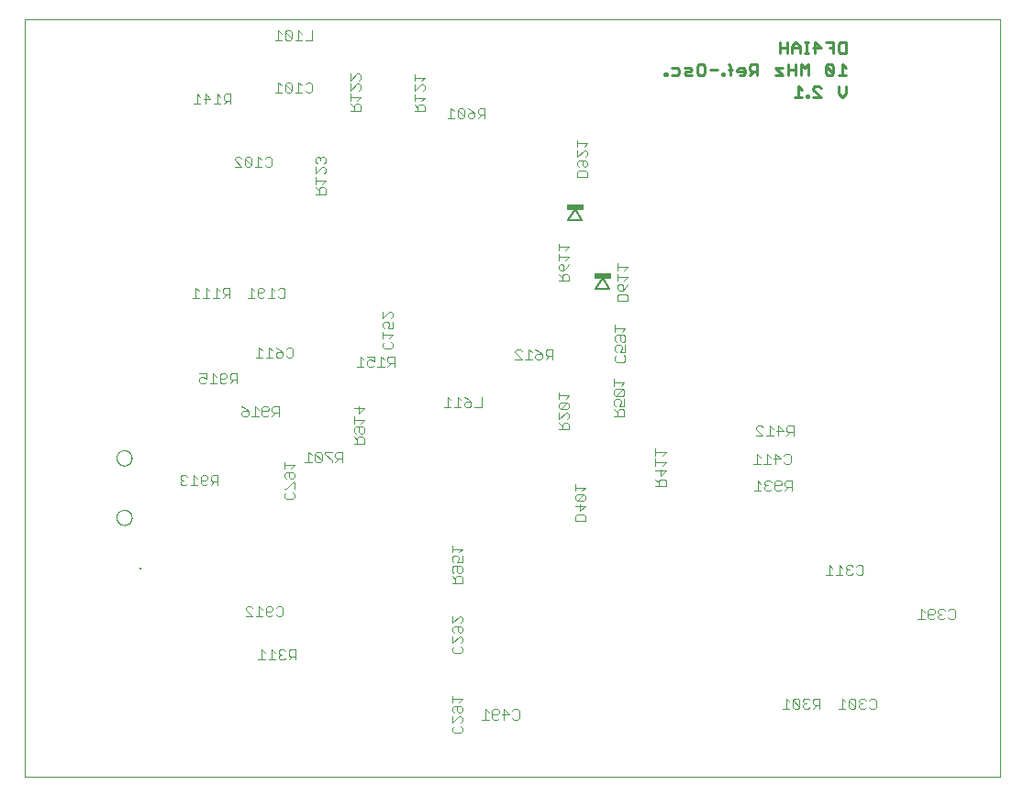
<source format=gbo>
G75*
%MOIN*%
%OFA0B0*%
%FSLAX25Y25*%
%IPPOS*%
%LPD*%
%AMOC8*
5,1,8,0,0,1.08239X$1,22.5*
%
%ADD10C,0.00000*%
%ADD11C,0.00900*%
%ADD12C,0.00300*%
%ADD13C,0.00500*%
%ADD14C,0.00800*%
%ADD15R,0.06200X0.02400*%
D10*
X0055902Y0001800D02*
X0055902Y0277391D01*
X0410233Y0277391D01*
X0410233Y0001800D01*
X0055902Y0001800D01*
X0089370Y0096149D02*
X0089372Y0096254D01*
X0089378Y0096359D01*
X0089388Y0096463D01*
X0089402Y0096567D01*
X0089420Y0096671D01*
X0089442Y0096773D01*
X0089467Y0096875D01*
X0089497Y0096976D01*
X0089530Y0097075D01*
X0089567Y0097173D01*
X0089608Y0097270D01*
X0089653Y0097365D01*
X0089701Y0097458D01*
X0089752Y0097550D01*
X0089808Y0097639D01*
X0089866Y0097726D01*
X0089928Y0097811D01*
X0089992Y0097894D01*
X0090060Y0097974D01*
X0090131Y0098051D01*
X0090205Y0098125D01*
X0090282Y0098197D01*
X0090361Y0098266D01*
X0090443Y0098331D01*
X0090527Y0098394D01*
X0090614Y0098453D01*
X0090703Y0098509D01*
X0090794Y0098562D01*
X0090887Y0098611D01*
X0090981Y0098656D01*
X0091077Y0098698D01*
X0091175Y0098736D01*
X0091274Y0098770D01*
X0091375Y0098801D01*
X0091476Y0098827D01*
X0091579Y0098850D01*
X0091682Y0098869D01*
X0091786Y0098884D01*
X0091890Y0098895D01*
X0091995Y0098902D01*
X0092100Y0098905D01*
X0092205Y0098904D01*
X0092310Y0098899D01*
X0092414Y0098890D01*
X0092518Y0098877D01*
X0092622Y0098860D01*
X0092725Y0098839D01*
X0092827Y0098814D01*
X0092928Y0098786D01*
X0093027Y0098753D01*
X0093126Y0098717D01*
X0093223Y0098677D01*
X0093318Y0098634D01*
X0093412Y0098586D01*
X0093504Y0098536D01*
X0093594Y0098482D01*
X0093682Y0098424D01*
X0093767Y0098363D01*
X0093850Y0098299D01*
X0093931Y0098232D01*
X0094009Y0098162D01*
X0094084Y0098088D01*
X0094156Y0098013D01*
X0094226Y0097934D01*
X0094292Y0097853D01*
X0094356Y0097769D01*
X0094416Y0097683D01*
X0094472Y0097595D01*
X0094526Y0097504D01*
X0094576Y0097412D01*
X0094622Y0097318D01*
X0094665Y0097222D01*
X0094704Y0097124D01*
X0094739Y0097026D01*
X0094770Y0096925D01*
X0094798Y0096824D01*
X0094822Y0096722D01*
X0094842Y0096619D01*
X0094858Y0096515D01*
X0094870Y0096411D01*
X0094878Y0096306D01*
X0094882Y0096201D01*
X0094882Y0096097D01*
X0094878Y0095992D01*
X0094870Y0095887D01*
X0094858Y0095783D01*
X0094842Y0095679D01*
X0094822Y0095576D01*
X0094798Y0095474D01*
X0094770Y0095373D01*
X0094739Y0095272D01*
X0094704Y0095174D01*
X0094665Y0095076D01*
X0094622Y0094980D01*
X0094576Y0094886D01*
X0094526Y0094794D01*
X0094472Y0094703D01*
X0094416Y0094615D01*
X0094356Y0094529D01*
X0094292Y0094445D01*
X0094226Y0094364D01*
X0094156Y0094285D01*
X0094084Y0094210D01*
X0094009Y0094136D01*
X0093931Y0094066D01*
X0093850Y0093999D01*
X0093767Y0093935D01*
X0093682Y0093874D01*
X0093594Y0093816D01*
X0093504Y0093762D01*
X0093412Y0093712D01*
X0093318Y0093664D01*
X0093223Y0093621D01*
X0093126Y0093581D01*
X0093027Y0093545D01*
X0092928Y0093512D01*
X0092827Y0093484D01*
X0092725Y0093459D01*
X0092622Y0093438D01*
X0092518Y0093421D01*
X0092414Y0093408D01*
X0092310Y0093399D01*
X0092205Y0093394D01*
X0092100Y0093393D01*
X0091995Y0093396D01*
X0091890Y0093403D01*
X0091786Y0093414D01*
X0091682Y0093429D01*
X0091579Y0093448D01*
X0091476Y0093471D01*
X0091375Y0093497D01*
X0091274Y0093528D01*
X0091175Y0093562D01*
X0091077Y0093600D01*
X0090981Y0093642D01*
X0090887Y0093687D01*
X0090794Y0093736D01*
X0090703Y0093789D01*
X0090614Y0093845D01*
X0090527Y0093904D01*
X0090443Y0093967D01*
X0090361Y0094032D01*
X0090282Y0094101D01*
X0090205Y0094173D01*
X0090131Y0094247D01*
X0090060Y0094324D01*
X0089992Y0094404D01*
X0089928Y0094487D01*
X0089866Y0094572D01*
X0089808Y0094659D01*
X0089752Y0094748D01*
X0089701Y0094840D01*
X0089653Y0094933D01*
X0089608Y0095028D01*
X0089567Y0095125D01*
X0089530Y0095223D01*
X0089497Y0095322D01*
X0089467Y0095423D01*
X0089442Y0095525D01*
X0089420Y0095627D01*
X0089402Y0095731D01*
X0089388Y0095835D01*
X0089378Y0095939D01*
X0089372Y0096044D01*
X0089370Y0096149D01*
X0089370Y0117802D02*
X0089372Y0117907D01*
X0089378Y0118012D01*
X0089388Y0118116D01*
X0089402Y0118220D01*
X0089420Y0118324D01*
X0089442Y0118426D01*
X0089467Y0118528D01*
X0089497Y0118629D01*
X0089530Y0118728D01*
X0089567Y0118826D01*
X0089608Y0118923D01*
X0089653Y0119018D01*
X0089701Y0119111D01*
X0089752Y0119203D01*
X0089808Y0119292D01*
X0089866Y0119379D01*
X0089928Y0119464D01*
X0089992Y0119547D01*
X0090060Y0119627D01*
X0090131Y0119704D01*
X0090205Y0119778D01*
X0090282Y0119850D01*
X0090361Y0119919D01*
X0090443Y0119984D01*
X0090527Y0120047D01*
X0090614Y0120106D01*
X0090703Y0120162D01*
X0090794Y0120215D01*
X0090887Y0120264D01*
X0090981Y0120309D01*
X0091077Y0120351D01*
X0091175Y0120389D01*
X0091274Y0120423D01*
X0091375Y0120454D01*
X0091476Y0120480D01*
X0091579Y0120503D01*
X0091682Y0120522D01*
X0091786Y0120537D01*
X0091890Y0120548D01*
X0091995Y0120555D01*
X0092100Y0120558D01*
X0092205Y0120557D01*
X0092310Y0120552D01*
X0092414Y0120543D01*
X0092518Y0120530D01*
X0092622Y0120513D01*
X0092725Y0120492D01*
X0092827Y0120467D01*
X0092928Y0120439D01*
X0093027Y0120406D01*
X0093126Y0120370D01*
X0093223Y0120330D01*
X0093318Y0120287D01*
X0093412Y0120239D01*
X0093504Y0120189D01*
X0093594Y0120135D01*
X0093682Y0120077D01*
X0093767Y0120016D01*
X0093850Y0119952D01*
X0093931Y0119885D01*
X0094009Y0119815D01*
X0094084Y0119741D01*
X0094156Y0119666D01*
X0094226Y0119587D01*
X0094292Y0119506D01*
X0094356Y0119422D01*
X0094416Y0119336D01*
X0094472Y0119248D01*
X0094526Y0119157D01*
X0094576Y0119065D01*
X0094622Y0118971D01*
X0094665Y0118875D01*
X0094704Y0118777D01*
X0094739Y0118679D01*
X0094770Y0118578D01*
X0094798Y0118477D01*
X0094822Y0118375D01*
X0094842Y0118272D01*
X0094858Y0118168D01*
X0094870Y0118064D01*
X0094878Y0117959D01*
X0094882Y0117854D01*
X0094882Y0117750D01*
X0094878Y0117645D01*
X0094870Y0117540D01*
X0094858Y0117436D01*
X0094842Y0117332D01*
X0094822Y0117229D01*
X0094798Y0117127D01*
X0094770Y0117026D01*
X0094739Y0116925D01*
X0094704Y0116827D01*
X0094665Y0116729D01*
X0094622Y0116633D01*
X0094576Y0116539D01*
X0094526Y0116447D01*
X0094472Y0116356D01*
X0094416Y0116268D01*
X0094356Y0116182D01*
X0094292Y0116098D01*
X0094226Y0116017D01*
X0094156Y0115938D01*
X0094084Y0115863D01*
X0094009Y0115789D01*
X0093931Y0115719D01*
X0093850Y0115652D01*
X0093767Y0115588D01*
X0093682Y0115527D01*
X0093594Y0115469D01*
X0093504Y0115415D01*
X0093412Y0115365D01*
X0093318Y0115317D01*
X0093223Y0115274D01*
X0093126Y0115234D01*
X0093027Y0115198D01*
X0092928Y0115165D01*
X0092827Y0115137D01*
X0092725Y0115112D01*
X0092622Y0115091D01*
X0092518Y0115074D01*
X0092414Y0115061D01*
X0092310Y0115052D01*
X0092205Y0115047D01*
X0092100Y0115046D01*
X0091995Y0115049D01*
X0091890Y0115056D01*
X0091786Y0115067D01*
X0091682Y0115082D01*
X0091579Y0115101D01*
X0091476Y0115124D01*
X0091375Y0115150D01*
X0091274Y0115181D01*
X0091175Y0115215D01*
X0091077Y0115253D01*
X0090981Y0115295D01*
X0090887Y0115340D01*
X0090794Y0115389D01*
X0090703Y0115442D01*
X0090614Y0115498D01*
X0090527Y0115557D01*
X0090443Y0115620D01*
X0090361Y0115685D01*
X0090282Y0115754D01*
X0090205Y0115826D01*
X0090131Y0115900D01*
X0090060Y0115977D01*
X0089992Y0116057D01*
X0089928Y0116140D01*
X0089866Y0116225D01*
X0089808Y0116312D01*
X0089752Y0116401D01*
X0089701Y0116493D01*
X0089653Y0116586D01*
X0089608Y0116681D01*
X0089567Y0116778D01*
X0089530Y0116876D01*
X0089497Y0116975D01*
X0089467Y0117076D01*
X0089442Y0117178D01*
X0089420Y0117280D01*
X0089402Y0117384D01*
X0089388Y0117488D01*
X0089378Y0117592D01*
X0089372Y0117697D01*
X0089370Y0117802D01*
D11*
X0288525Y0256862D02*
X0289209Y0256862D01*
X0289209Y0257546D01*
X0288525Y0257546D01*
X0288525Y0256862D01*
X0291077Y0256862D02*
X0293129Y0256862D01*
X0293813Y0257546D01*
X0293813Y0258914D01*
X0293129Y0259598D01*
X0291077Y0259598D01*
X0295681Y0259598D02*
X0297733Y0259598D01*
X0298417Y0258914D01*
X0297733Y0258230D01*
X0296365Y0258230D01*
X0295681Y0257546D01*
X0296365Y0256862D01*
X0298417Y0256862D01*
X0300285Y0257546D02*
X0300285Y0260281D01*
X0300969Y0260965D01*
X0302337Y0260965D01*
X0303021Y0260281D01*
X0303021Y0257546D01*
X0302337Y0256862D01*
X0300969Y0256862D01*
X0300285Y0257546D01*
X0304889Y0258914D02*
X0307625Y0258914D01*
X0309243Y0257546D02*
X0309243Y0256862D01*
X0309927Y0256862D01*
X0309927Y0257546D01*
X0309243Y0257546D01*
X0311628Y0258914D02*
X0312996Y0258914D01*
X0312312Y0260281D02*
X0312312Y0256862D01*
X0314864Y0258230D02*
X0317600Y0258230D01*
X0317600Y0258914D02*
X0316916Y0259598D01*
X0315548Y0259598D01*
X0314864Y0258914D01*
X0314864Y0258230D01*
X0315548Y0256862D02*
X0316916Y0256862D01*
X0317600Y0257546D01*
X0317600Y0258914D01*
X0319468Y0258914D02*
X0319468Y0260281D01*
X0320152Y0260965D01*
X0322204Y0260965D01*
X0322204Y0256862D01*
X0322204Y0258230D02*
X0320152Y0258230D01*
X0319468Y0258914D01*
X0320836Y0258230D02*
X0319468Y0256862D01*
X0312312Y0260281D02*
X0311628Y0260965D01*
X0328676Y0259598D02*
X0331412Y0256862D01*
X0328676Y0256862D01*
X0328676Y0259598D02*
X0331412Y0259598D01*
X0333280Y0258914D02*
X0336016Y0258914D01*
X0336016Y0260965D02*
X0336016Y0256862D01*
X0337884Y0256862D02*
X0337884Y0260965D01*
X0339252Y0259598D01*
X0340620Y0260965D01*
X0340620Y0256862D01*
X0343172Y0252915D02*
X0344540Y0252915D01*
X0345224Y0252231D01*
X0343172Y0252915D02*
X0342488Y0252231D01*
X0342488Y0251548D01*
X0345224Y0248812D01*
X0342488Y0248812D01*
X0340620Y0248812D02*
X0339936Y0248812D01*
X0339936Y0249496D01*
X0340620Y0249496D01*
X0340620Y0248812D01*
X0338318Y0248812D02*
X0335582Y0248812D01*
X0336950Y0248812D02*
X0336950Y0252915D01*
X0338318Y0251548D01*
X0333280Y0256862D02*
X0333280Y0260965D01*
X0332947Y0264912D02*
X0332947Y0269015D01*
X0332947Y0266964D02*
X0330211Y0266964D01*
X0330211Y0269015D02*
X0330211Y0264912D01*
X0334815Y0264912D02*
X0334815Y0267648D01*
X0336183Y0269015D01*
X0337550Y0267648D01*
X0337550Y0264912D01*
X0339252Y0264912D02*
X0340620Y0264912D01*
X0339936Y0264912D02*
X0339936Y0269015D01*
X0340620Y0269015D02*
X0339252Y0269015D01*
X0337550Y0266964D02*
X0334815Y0266964D01*
X0342488Y0266964D02*
X0345224Y0266964D01*
X0343172Y0269015D01*
X0343172Y0264912D01*
X0348460Y0266964D02*
X0349828Y0266964D01*
X0349828Y0269015D02*
X0347092Y0269015D01*
X0349828Y0269015D02*
X0349828Y0264912D01*
X0351696Y0265596D02*
X0351696Y0268331D01*
X0352380Y0269015D01*
X0354431Y0269015D01*
X0354431Y0264912D01*
X0352380Y0264912D01*
X0351696Y0265596D01*
X0353064Y0260965D02*
X0353064Y0256862D01*
X0354431Y0256862D02*
X0351696Y0256862D01*
X0349828Y0257546D02*
X0347092Y0260281D01*
X0347092Y0257546D01*
X0347776Y0256862D01*
X0349144Y0256862D01*
X0349828Y0257546D01*
X0349828Y0260281D01*
X0349144Y0260965D01*
X0347776Y0260965D01*
X0347092Y0260281D01*
X0353064Y0260965D02*
X0354431Y0259598D01*
X0354431Y0252915D02*
X0354431Y0250180D01*
X0353064Y0248812D01*
X0351696Y0250180D01*
X0351696Y0252915D01*
D12*
X0271400Y0188410D02*
X0271400Y0185941D01*
X0271400Y0184727D02*
X0271400Y0182258D01*
X0271400Y0183492D02*
X0275103Y0183492D01*
X0273869Y0182258D01*
X0275103Y0181043D02*
X0274486Y0179809D01*
X0273252Y0178575D01*
X0273252Y0180426D01*
X0272634Y0181043D01*
X0272017Y0181043D01*
X0271400Y0180426D01*
X0271400Y0179192D01*
X0272017Y0178575D01*
X0273252Y0178575D01*
X0274486Y0177360D02*
X0272017Y0177360D01*
X0271400Y0176743D01*
X0271400Y0174891D01*
X0275103Y0174891D01*
X0275103Y0176743D01*
X0274486Y0177360D01*
X0273869Y0185941D02*
X0275103Y0187175D01*
X0271400Y0187175D01*
X0253708Y0188311D02*
X0253091Y0187077D01*
X0251857Y0185842D01*
X0251857Y0187694D01*
X0251240Y0188311D01*
X0250623Y0188311D01*
X0250005Y0187694D01*
X0250005Y0186459D01*
X0250623Y0185842D01*
X0251857Y0185842D01*
X0251857Y0184628D02*
X0251240Y0184011D01*
X0251240Y0182159D01*
X0251240Y0183393D02*
X0250005Y0184628D01*
X0251857Y0184628D02*
X0253091Y0184628D01*
X0253708Y0184011D01*
X0253708Y0182159D01*
X0250005Y0182159D01*
X0250005Y0189525D02*
X0250005Y0191994D01*
X0250005Y0193208D02*
X0250005Y0195677D01*
X0250005Y0194443D02*
X0253708Y0194443D01*
X0252474Y0193208D01*
X0253708Y0190760D02*
X0250005Y0190760D01*
X0252474Y0189525D02*
X0253708Y0190760D01*
X0270470Y0166153D02*
X0270470Y0163684D01*
X0270470Y0164919D02*
X0274173Y0164919D01*
X0272939Y0163684D01*
X0273556Y0162470D02*
X0274173Y0161853D01*
X0274173Y0160618D01*
X0273556Y0160001D01*
X0272939Y0160001D01*
X0272322Y0160618D01*
X0272322Y0162470D01*
X0273556Y0162470D02*
X0271087Y0162470D01*
X0270470Y0161853D01*
X0270470Y0160618D01*
X0271087Y0160001D01*
X0271087Y0158787D02*
X0270470Y0158169D01*
X0270470Y0156935D01*
X0271087Y0156318D01*
X0271087Y0155104D02*
X0270470Y0154486D01*
X0270470Y0153252D01*
X0271087Y0152635D01*
X0273556Y0152635D01*
X0274173Y0153252D01*
X0274173Y0154486D01*
X0273556Y0155104D01*
X0274173Y0156318D02*
X0272322Y0156318D01*
X0272939Y0157552D01*
X0272939Y0158169D01*
X0272322Y0158787D01*
X0271087Y0158787D01*
X0274173Y0158787D02*
X0274173Y0156318D01*
X0270159Y0146498D02*
X0270159Y0144029D01*
X0270159Y0145264D02*
X0273862Y0145264D01*
X0272628Y0144029D01*
X0273245Y0142815D02*
X0270776Y0142815D01*
X0270159Y0142198D01*
X0270159Y0140963D01*
X0270776Y0140346D01*
X0273245Y0142815D01*
X0273862Y0142198D01*
X0273862Y0140963D01*
X0273245Y0140346D01*
X0270776Y0140346D01*
X0270776Y0139132D02*
X0270159Y0138515D01*
X0270159Y0137280D01*
X0270776Y0136663D01*
X0272011Y0136663D02*
X0272628Y0137897D01*
X0272628Y0138515D01*
X0272011Y0139132D01*
X0270776Y0139132D01*
X0272011Y0136663D02*
X0273862Y0136663D01*
X0273862Y0139132D01*
X0273245Y0135449D02*
X0272011Y0135449D01*
X0271393Y0134832D01*
X0271393Y0132980D01*
X0270159Y0132980D02*
X0273862Y0132980D01*
X0273862Y0134832D01*
X0273245Y0135449D01*
X0271393Y0134214D02*
X0270159Y0135449D01*
X0253779Y0136118D02*
X0253779Y0137352D01*
X0253162Y0137969D01*
X0250693Y0135501D01*
X0250076Y0136118D01*
X0250076Y0137352D01*
X0250693Y0137969D01*
X0253162Y0137969D01*
X0252545Y0139184D02*
X0253779Y0140418D01*
X0250076Y0140418D01*
X0250076Y0139184D02*
X0250076Y0141653D01*
X0250693Y0135501D02*
X0253162Y0135501D01*
X0253779Y0136118D01*
X0253162Y0134286D02*
X0253779Y0133669D01*
X0253779Y0132435D01*
X0253162Y0131817D01*
X0253162Y0130603D02*
X0251927Y0130603D01*
X0251310Y0129986D01*
X0251310Y0128134D01*
X0250076Y0128134D02*
X0253779Y0128134D01*
X0253779Y0129986D01*
X0253162Y0130603D01*
X0251310Y0129369D02*
X0250076Y0130603D01*
X0250076Y0131817D02*
X0252545Y0134286D01*
X0253162Y0134286D01*
X0250076Y0134286D02*
X0250076Y0131817D01*
X0247681Y0153647D02*
X0247681Y0157351D01*
X0245830Y0157351D01*
X0245212Y0156733D01*
X0245212Y0155499D01*
X0245830Y0154882D01*
X0247681Y0154882D01*
X0246447Y0154882D02*
X0245212Y0153647D01*
X0243998Y0154265D02*
X0243381Y0153647D01*
X0242146Y0153647D01*
X0241529Y0154265D01*
X0241529Y0154882D01*
X0242146Y0155499D01*
X0243998Y0155499D01*
X0243998Y0154265D01*
X0243998Y0155499D02*
X0242764Y0156733D01*
X0241529Y0157351D01*
X0240315Y0156116D02*
X0239080Y0157351D01*
X0239080Y0153647D01*
X0237846Y0153647D02*
X0240315Y0153647D01*
X0236632Y0153647D02*
X0234163Y0156116D01*
X0234163Y0156733D01*
X0234780Y0157351D01*
X0236015Y0157351D01*
X0236632Y0156733D01*
X0236632Y0153647D02*
X0234163Y0153647D01*
X0221881Y0140005D02*
X0221881Y0136302D01*
X0219412Y0136302D01*
X0218198Y0136919D02*
X0217581Y0136302D01*
X0216347Y0136302D01*
X0215729Y0136919D01*
X0215729Y0137536D01*
X0216347Y0138153D01*
X0218198Y0138153D01*
X0218198Y0136919D01*
X0218198Y0138153D02*
X0216964Y0139388D01*
X0215729Y0140005D01*
X0214515Y0138770D02*
X0213281Y0140005D01*
X0213281Y0136302D01*
X0214515Y0136302D02*
X0212046Y0136302D01*
X0210832Y0136302D02*
X0208363Y0136302D01*
X0209597Y0136302D02*
X0209597Y0140005D01*
X0210832Y0138770D01*
X0190252Y0151021D02*
X0190252Y0154724D01*
X0188401Y0154724D01*
X0187783Y0154107D01*
X0187783Y0152872D01*
X0188401Y0152255D01*
X0190252Y0152255D01*
X0189018Y0152255D02*
X0187783Y0151021D01*
X0186569Y0151021D02*
X0184100Y0151021D01*
X0185335Y0151021D02*
X0185335Y0154724D01*
X0186569Y0153490D01*
X0182886Y0152872D02*
X0181651Y0153490D01*
X0181034Y0153490D01*
X0180417Y0152872D01*
X0180417Y0151638D01*
X0181034Y0151021D01*
X0182269Y0151021D01*
X0182886Y0151638D01*
X0182886Y0152872D02*
X0182886Y0154724D01*
X0180417Y0154724D01*
X0179203Y0153490D02*
X0177968Y0154724D01*
X0177968Y0151021D01*
X0176734Y0151021D02*
X0179203Y0151021D01*
X0186046Y0158119D02*
X0186663Y0157502D01*
X0189132Y0157502D01*
X0189749Y0158119D01*
X0189749Y0159354D01*
X0189132Y0159971D01*
X0188515Y0161185D02*
X0189749Y0162420D01*
X0186046Y0162420D01*
X0186046Y0163654D02*
X0186046Y0161185D01*
X0186663Y0159971D02*
X0186046Y0159354D01*
X0186046Y0158119D01*
X0186663Y0164869D02*
X0186046Y0165486D01*
X0186046Y0166720D01*
X0186663Y0167337D01*
X0187898Y0167337D01*
X0188515Y0166720D01*
X0188515Y0166103D01*
X0187898Y0164869D01*
X0189749Y0164869D01*
X0189749Y0167337D01*
X0189132Y0168552D02*
X0189749Y0169169D01*
X0189749Y0170403D01*
X0189132Y0171020D01*
X0188515Y0171020D01*
X0186046Y0168552D01*
X0186046Y0171020D01*
X0153407Y0157363D02*
X0153407Y0154894D01*
X0152789Y0154277D01*
X0151555Y0154277D01*
X0150938Y0154894D01*
X0149724Y0154894D02*
X0149106Y0154277D01*
X0147872Y0154277D01*
X0147255Y0154894D01*
X0147255Y0155512D01*
X0147872Y0156129D01*
X0149724Y0156129D01*
X0149724Y0154894D01*
X0149724Y0156129D02*
X0148489Y0157363D01*
X0147255Y0157980D01*
X0146040Y0156746D02*
X0144806Y0157980D01*
X0144806Y0154277D01*
X0146040Y0154277D02*
X0143572Y0154277D01*
X0142357Y0154277D02*
X0139888Y0154277D01*
X0141123Y0154277D02*
X0141123Y0157980D01*
X0142357Y0156746D01*
X0150938Y0157363D02*
X0151555Y0157980D01*
X0152789Y0157980D01*
X0153407Y0157363D01*
X0133058Y0148571D02*
X0133058Y0144868D01*
X0133058Y0146103D02*
X0131207Y0146103D01*
X0130589Y0146720D01*
X0130589Y0147954D01*
X0131207Y0148571D01*
X0133058Y0148571D01*
X0131824Y0146103D02*
X0130589Y0144868D01*
X0129375Y0145485D02*
X0128758Y0144868D01*
X0127523Y0144868D01*
X0126906Y0145485D01*
X0126906Y0147954D01*
X0127523Y0148571D01*
X0128758Y0148571D01*
X0129375Y0147954D01*
X0129375Y0147337D01*
X0128758Y0146720D01*
X0126906Y0146720D01*
X0125692Y0147337D02*
X0124458Y0148571D01*
X0124458Y0144868D01*
X0125692Y0144868D02*
X0123223Y0144868D01*
X0122009Y0145485D02*
X0121392Y0144868D01*
X0120157Y0144868D01*
X0119540Y0145485D01*
X0119540Y0146720D01*
X0120157Y0147337D01*
X0120774Y0147337D01*
X0122009Y0146720D01*
X0122009Y0148571D01*
X0119540Y0148571D01*
X0134821Y0136612D02*
X0136055Y0135994D01*
X0137289Y0134760D01*
X0135438Y0134760D01*
X0134821Y0134143D01*
X0134821Y0133526D01*
X0135438Y0132908D01*
X0136672Y0132908D01*
X0137289Y0133526D01*
X0137289Y0134760D01*
X0138504Y0132908D02*
X0140972Y0132908D01*
X0139738Y0132908D02*
X0139738Y0136612D01*
X0140972Y0135377D01*
X0142187Y0134760D02*
X0144038Y0134760D01*
X0144656Y0135377D01*
X0144656Y0135994D01*
X0144038Y0136612D01*
X0142804Y0136612D01*
X0142187Y0135994D01*
X0142187Y0133526D01*
X0142804Y0132908D01*
X0144038Y0132908D01*
X0144656Y0133526D01*
X0145870Y0132908D02*
X0147104Y0134143D01*
X0146487Y0134143D02*
X0148339Y0134143D01*
X0148339Y0132908D02*
X0148339Y0136612D01*
X0146487Y0136612D01*
X0145870Y0135994D01*
X0145870Y0134760D01*
X0146487Y0134143D01*
X0158995Y0120004D02*
X0158995Y0116301D01*
X0160229Y0116301D02*
X0157760Y0116301D01*
X0160229Y0118769D02*
X0158995Y0120004D01*
X0161444Y0119387D02*
X0161444Y0116918D01*
X0162061Y0116301D01*
X0163295Y0116301D01*
X0163912Y0116918D01*
X0161444Y0119387D01*
X0162061Y0120004D01*
X0163295Y0120004D01*
X0163912Y0119387D01*
X0163912Y0116918D01*
X0165127Y0119387D02*
X0167596Y0116918D01*
X0167596Y0116301D01*
X0168810Y0116301D02*
X0170044Y0117535D01*
X0169427Y0117535D02*
X0171279Y0117535D01*
X0171279Y0116301D02*
X0171279Y0120004D01*
X0169427Y0120004D01*
X0168810Y0119387D01*
X0168810Y0118152D01*
X0169427Y0117535D01*
X0167596Y0120004D02*
X0165127Y0120004D01*
X0165127Y0119387D01*
X0175623Y0122949D02*
X0179326Y0122949D01*
X0179326Y0124801D01*
X0178709Y0125418D01*
X0177474Y0125418D01*
X0176857Y0124801D01*
X0176857Y0122949D01*
X0176857Y0124184D02*
X0175623Y0125418D01*
X0176240Y0126632D02*
X0175623Y0127250D01*
X0175623Y0128484D01*
X0176240Y0129101D01*
X0178709Y0129101D01*
X0179326Y0128484D01*
X0179326Y0127250D01*
X0178709Y0126632D01*
X0178091Y0126632D01*
X0177474Y0127250D01*
X0177474Y0129101D01*
X0178091Y0130316D02*
X0179326Y0131550D01*
X0175623Y0131550D01*
X0175623Y0130316D02*
X0175623Y0132784D01*
X0177474Y0133999D02*
X0177474Y0136468D01*
X0175623Y0135850D02*
X0179326Y0135850D01*
X0177474Y0133999D01*
X0154054Y0115122D02*
X0150351Y0115122D01*
X0150351Y0116356D02*
X0150351Y0113887D01*
X0150968Y0112673D02*
X0153437Y0112673D01*
X0154054Y0112056D01*
X0154054Y0110821D01*
X0153437Y0110204D01*
X0152820Y0110204D01*
X0152202Y0110821D01*
X0152202Y0112673D01*
X0150968Y0112673D02*
X0150351Y0112056D01*
X0150351Y0110821D01*
X0150968Y0110204D01*
X0153437Y0108990D02*
X0150968Y0106521D01*
X0150351Y0106521D01*
X0150968Y0105307D02*
X0150351Y0104690D01*
X0150351Y0103455D01*
X0150968Y0102838D01*
X0153437Y0102838D01*
X0154054Y0103455D01*
X0154054Y0104690D01*
X0153437Y0105307D01*
X0154054Y0106521D02*
X0154054Y0108990D01*
X0153437Y0108990D01*
X0152820Y0113887D02*
X0154054Y0115122D01*
X0126102Y0111570D02*
X0126102Y0107867D01*
X0126102Y0109101D02*
X0124250Y0109101D01*
X0123633Y0109718D01*
X0123633Y0110953D01*
X0124250Y0111570D01*
X0126102Y0111570D01*
X0124867Y0109101D02*
X0123633Y0107867D01*
X0122418Y0108484D02*
X0121801Y0107867D01*
X0120567Y0107867D01*
X0119950Y0108484D01*
X0119950Y0110953D01*
X0120567Y0111570D01*
X0121801Y0111570D01*
X0122418Y0110953D01*
X0122418Y0110336D01*
X0121801Y0109718D01*
X0119950Y0109718D01*
X0118735Y0110336D02*
X0117501Y0111570D01*
X0117501Y0107867D01*
X0118735Y0107867D02*
X0116267Y0107867D01*
X0115052Y0108484D02*
X0114435Y0107867D01*
X0113201Y0107867D01*
X0112583Y0108484D01*
X0112583Y0109101D01*
X0113201Y0109718D01*
X0113818Y0109718D01*
X0113201Y0109718D02*
X0112583Y0110336D01*
X0112583Y0110953D01*
X0113201Y0111570D01*
X0114435Y0111570D01*
X0115052Y0110953D01*
X0136896Y0063830D02*
X0136279Y0063213D01*
X0136279Y0062596D01*
X0138748Y0060127D01*
X0136279Y0060127D01*
X0139962Y0060127D02*
X0142431Y0060127D01*
X0141197Y0060127D02*
X0141197Y0063830D01*
X0142431Y0062596D01*
X0143645Y0063213D02*
X0144263Y0063830D01*
X0145497Y0063830D01*
X0146114Y0063213D01*
X0146114Y0062596D01*
X0145497Y0061979D01*
X0143645Y0061979D01*
X0143645Y0063213D02*
X0143645Y0060744D01*
X0144263Y0060127D01*
X0145497Y0060127D01*
X0146114Y0060744D01*
X0147329Y0060744D02*
X0147946Y0060127D01*
X0149180Y0060127D01*
X0149797Y0060744D01*
X0149797Y0063213D01*
X0149180Y0063830D01*
X0147946Y0063830D01*
X0147329Y0063213D01*
X0138748Y0063213D02*
X0138131Y0063830D01*
X0136896Y0063830D01*
X0142101Y0048115D02*
X0142101Y0044412D01*
X0143335Y0044412D02*
X0140867Y0044412D01*
X0143335Y0046880D02*
X0142101Y0048115D01*
X0145784Y0048115D02*
X0145784Y0044412D01*
X0147018Y0044412D02*
X0144550Y0044412D01*
X0147018Y0046880D02*
X0145784Y0048115D01*
X0148233Y0047498D02*
X0148233Y0046880D01*
X0148850Y0046263D01*
X0148233Y0045646D01*
X0148233Y0045029D01*
X0148850Y0044412D01*
X0150084Y0044412D01*
X0150702Y0045029D01*
X0151916Y0044412D02*
X0153150Y0045646D01*
X0152533Y0045646D02*
X0154385Y0045646D01*
X0154385Y0044412D02*
X0154385Y0048115D01*
X0152533Y0048115D01*
X0151916Y0047498D01*
X0151916Y0046263D01*
X0152533Y0045646D01*
X0150702Y0047498D02*
X0150084Y0048115D01*
X0148850Y0048115D01*
X0148233Y0047498D01*
X0148850Y0046263D02*
X0149467Y0046263D01*
X0211445Y0047409D02*
X0211445Y0048644D01*
X0212062Y0049261D01*
X0211445Y0050475D02*
X0213914Y0052944D01*
X0214531Y0052944D01*
X0215148Y0052327D01*
X0215148Y0051093D01*
X0214531Y0050475D01*
X0214531Y0049261D02*
X0215148Y0048644D01*
X0215148Y0047409D01*
X0214531Y0046792D01*
X0212062Y0046792D01*
X0211445Y0047409D01*
X0211445Y0050475D02*
X0211445Y0052944D01*
X0212062Y0054159D02*
X0211445Y0054776D01*
X0211445Y0056010D01*
X0212062Y0056627D01*
X0214531Y0056627D01*
X0215148Y0056010D01*
X0215148Y0054776D01*
X0214531Y0054159D01*
X0213914Y0054159D01*
X0213297Y0054776D01*
X0213297Y0056627D01*
X0214531Y0057842D02*
X0215148Y0058459D01*
X0215148Y0059693D01*
X0214531Y0060310D01*
X0213914Y0060310D01*
X0211445Y0057842D01*
X0211445Y0060310D01*
X0211234Y0072384D02*
X0214937Y0072384D01*
X0214937Y0074235D01*
X0214320Y0074852D01*
X0213086Y0074852D01*
X0212469Y0074235D01*
X0212469Y0072384D01*
X0212469Y0073618D02*
X0211234Y0074852D01*
X0211852Y0076067D02*
X0211234Y0076684D01*
X0211234Y0077918D01*
X0211852Y0078536D01*
X0214320Y0078536D01*
X0214937Y0077918D01*
X0214937Y0076684D01*
X0214320Y0076067D01*
X0213703Y0076067D01*
X0213086Y0076684D01*
X0213086Y0078536D01*
X0213086Y0079750D02*
X0213703Y0080984D01*
X0213703Y0081602D01*
X0213086Y0082219D01*
X0211852Y0082219D01*
X0211234Y0081602D01*
X0211234Y0080367D01*
X0211852Y0079750D01*
X0213086Y0079750D02*
X0214937Y0079750D01*
X0214937Y0082219D01*
X0213703Y0083433D02*
X0214937Y0084668D01*
X0211234Y0084668D01*
X0211234Y0085902D02*
X0211234Y0083433D01*
X0255980Y0094789D02*
X0255980Y0096641D01*
X0256597Y0097258D01*
X0259066Y0097258D01*
X0259683Y0096641D01*
X0259683Y0094789D01*
X0255980Y0094789D01*
X0257831Y0098473D02*
X0257831Y0100941D01*
X0256597Y0102156D02*
X0259066Y0104624D01*
X0256597Y0104624D01*
X0255980Y0104007D01*
X0255980Y0102773D01*
X0256597Y0102156D01*
X0259066Y0102156D01*
X0259683Y0102773D01*
X0259683Y0104007D01*
X0259066Y0104624D01*
X0258449Y0105839D02*
X0259683Y0107073D01*
X0255980Y0107073D01*
X0255980Y0105839D02*
X0255980Y0108308D01*
X0255980Y0100324D02*
X0259683Y0100324D01*
X0257831Y0098473D01*
X0285203Y0107576D02*
X0288906Y0107576D01*
X0288906Y0109428D01*
X0288289Y0110045D01*
X0287054Y0110045D01*
X0286437Y0109428D01*
X0286437Y0107576D01*
X0286437Y0108811D02*
X0285203Y0110045D01*
X0287054Y0111259D02*
X0287054Y0113728D01*
X0287672Y0114943D02*
X0288906Y0116177D01*
X0285203Y0116177D01*
X0285203Y0114943D02*
X0285203Y0117411D01*
X0285203Y0118626D02*
X0285203Y0121094D01*
X0285203Y0119860D02*
X0288906Y0119860D01*
X0287672Y0118626D01*
X0288906Y0113111D02*
X0285203Y0113111D01*
X0287054Y0111259D02*
X0288906Y0113111D01*
X0320750Y0115565D02*
X0323219Y0115565D01*
X0324433Y0115565D02*
X0326902Y0115565D01*
X0325668Y0115565D02*
X0325668Y0119268D01*
X0326902Y0118034D01*
X0328116Y0117417D02*
X0330585Y0117417D01*
X0328734Y0119268D01*
X0328734Y0115565D01*
X0331800Y0116182D02*
X0332417Y0115565D01*
X0333651Y0115565D01*
X0334268Y0116182D01*
X0334268Y0118651D01*
X0333651Y0119268D01*
X0332417Y0119268D01*
X0331800Y0118651D01*
X0323219Y0118034D02*
X0321985Y0119268D01*
X0321985Y0115565D01*
X0322290Y0109601D02*
X0322290Y0105897D01*
X0321056Y0105897D02*
X0323525Y0105897D01*
X0324739Y0106515D02*
X0325356Y0105897D01*
X0326591Y0105897D01*
X0327208Y0106515D01*
X0328422Y0106515D02*
X0328422Y0108983D01*
X0329040Y0109601D01*
X0330274Y0109601D01*
X0330891Y0108983D01*
X0330891Y0108366D01*
X0330274Y0107749D01*
X0328422Y0107749D01*
X0328422Y0106515D02*
X0329040Y0105897D01*
X0330274Y0105897D01*
X0330891Y0106515D01*
X0332105Y0105897D02*
X0333340Y0107132D01*
X0332723Y0107132D02*
X0334574Y0107132D01*
X0334574Y0105897D02*
X0334574Y0109601D01*
X0332723Y0109601D01*
X0332105Y0108983D01*
X0332105Y0107749D01*
X0332723Y0107132D01*
X0327208Y0108983D02*
X0326591Y0109601D01*
X0325356Y0109601D01*
X0324739Y0108983D01*
X0324739Y0108366D01*
X0325356Y0107749D01*
X0324739Y0107132D01*
X0324739Y0106515D01*
X0325356Y0107749D02*
X0325974Y0107749D01*
X0323525Y0108366D02*
X0322290Y0109601D01*
X0321734Y0125871D02*
X0324203Y0125871D01*
X0321734Y0128339D01*
X0321734Y0128957D01*
X0322351Y0129574D01*
X0323586Y0129574D01*
X0324203Y0128957D01*
X0326652Y0129574D02*
X0326652Y0125871D01*
X0327886Y0125871D02*
X0325417Y0125871D01*
X0327886Y0128339D02*
X0326652Y0129574D01*
X0329718Y0129574D02*
X0331569Y0127722D01*
X0329100Y0127722D01*
X0329718Y0125871D02*
X0329718Y0129574D01*
X0332784Y0128957D02*
X0332784Y0127722D01*
X0333401Y0127105D01*
X0335252Y0127105D01*
X0334018Y0127105D02*
X0332784Y0125871D01*
X0335252Y0125871D02*
X0335252Y0129574D01*
X0333401Y0129574D01*
X0332784Y0128957D01*
X0348236Y0078929D02*
X0348236Y0075226D01*
X0349470Y0075226D02*
X0347001Y0075226D01*
X0349470Y0077694D02*
X0348236Y0078929D01*
X0351919Y0078929D02*
X0351919Y0075226D01*
X0353153Y0075226D02*
X0350684Y0075226D01*
X0353153Y0077694D02*
X0351919Y0078929D01*
X0354368Y0078312D02*
X0354368Y0077694D01*
X0354985Y0077077D01*
X0354368Y0076460D01*
X0354368Y0075843D01*
X0354985Y0075226D01*
X0356219Y0075226D01*
X0356836Y0075843D01*
X0358051Y0075843D02*
X0358668Y0075226D01*
X0359902Y0075226D01*
X0360520Y0075843D01*
X0360520Y0078312D01*
X0359902Y0078929D01*
X0358668Y0078929D01*
X0358051Y0078312D01*
X0356836Y0078312D02*
X0356219Y0078929D01*
X0354985Y0078929D01*
X0354368Y0078312D01*
X0354985Y0077077D02*
X0355602Y0077077D01*
X0381642Y0062838D02*
X0381642Y0059134D01*
X0382876Y0059134D02*
X0380408Y0059134D01*
X0382876Y0061603D02*
X0381642Y0062838D01*
X0384091Y0062220D02*
X0384708Y0062838D01*
X0385942Y0062838D01*
X0386560Y0062220D01*
X0386560Y0061603D01*
X0385942Y0060986D01*
X0384091Y0060986D01*
X0384091Y0059752D02*
X0384091Y0062220D01*
X0384091Y0059752D02*
X0384708Y0059134D01*
X0385942Y0059134D01*
X0386560Y0059752D01*
X0387774Y0059752D02*
X0388391Y0059134D01*
X0389626Y0059134D01*
X0390243Y0059752D01*
X0391457Y0059752D02*
X0392074Y0059134D01*
X0393309Y0059134D01*
X0393926Y0059752D01*
X0393926Y0062220D01*
X0393309Y0062838D01*
X0392074Y0062838D01*
X0391457Y0062220D01*
X0390243Y0062220D02*
X0389626Y0062838D01*
X0388391Y0062838D01*
X0387774Y0062220D01*
X0387774Y0061603D01*
X0388391Y0060986D01*
X0387774Y0060369D01*
X0387774Y0059752D01*
X0388391Y0060986D02*
X0389008Y0060986D01*
X0364614Y0030319D02*
X0363380Y0030319D01*
X0362762Y0029701D01*
X0361548Y0029701D02*
X0360931Y0030319D01*
X0359696Y0030319D01*
X0359079Y0029701D01*
X0359079Y0029084D01*
X0359696Y0028467D01*
X0359079Y0027850D01*
X0359079Y0027233D01*
X0359696Y0026615D01*
X0360931Y0026615D01*
X0361548Y0027233D01*
X0362762Y0027233D02*
X0363380Y0026615D01*
X0364614Y0026615D01*
X0365231Y0027233D01*
X0365231Y0029701D01*
X0364614Y0030319D01*
X0360314Y0028467D02*
X0359696Y0028467D01*
X0357865Y0027233D02*
X0355396Y0029701D01*
X0355396Y0027233D01*
X0356013Y0026615D01*
X0357248Y0026615D01*
X0357865Y0027233D01*
X0357865Y0029701D01*
X0357248Y0030319D01*
X0356013Y0030319D01*
X0355396Y0029701D01*
X0354182Y0029084D02*
X0352947Y0030319D01*
X0352947Y0026615D01*
X0351713Y0026615D02*
X0354182Y0026615D01*
X0344860Y0026669D02*
X0344860Y0030372D01*
X0343009Y0030372D01*
X0342391Y0029755D01*
X0342391Y0028521D01*
X0343009Y0027904D01*
X0344860Y0027904D01*
X0343626Y0027904D02*
X0342391Y0026669D01*
X0341177Y0027286D02*
X0340560Y0026669D01*
X0339326Y0026669D01*
X0338708Y0027286D01*
X0338708Y0027904D01*
X0339326Y0028521D01*
X0339943Y0028521D01*
X0339326Y0028521D02*
X0338708Y0029138D01*
X0338708Y0029755D01*
X0339326Y0030372D01*
X0340560Y0030372D01*
X0341177Y0029755D01*
X0337494Y0029755D02*
X0337494Y0027286D01*
X0335025Y0029755D01*
X0335025Y0027286D01*
X0335642Y0026669D01*
X0336877Y0026669D01*
X0337494Y0027286D01*
X0337494Y0029755D02*
X0336877Y0030372D01*
X0335642Y0030372D01*
X0335025Y0029755D01*
X0333811Y0029138D02*
X0332576Y0030372D01*
X0332576Y0026669D01*
X0331342Y0026669D02*
X0333811Y0026669D01*
X0235666Y0025815D02*
X0235666Y0023346D01*
X0235049Y0022729D01*
X0233814Y0022729D01*
X0233197Y0023346D01*
X0231983Y0024581D02*
X0229514Y0024581D01*
X0228300Y0025198D02*
X0227682Y0024581D01*
X0225831Y0024581D01*
X0225831Y0025815D02*
X0226448Y0026432D01*
X0227682Y0026432D01*
X0228300Y0025815D01*
X0228300Y0025198D01*
X0228300Y0023346D02*
X0227682Y0022729D01*
X0226448Y0022729D01*
X0225831Y0023346D01*
X0225831Y0025815D01*
X0224616Y0025198D02*
X0223382Y0026432D01*
X0223382Y0022729D01*
X0224616Y0022729D02*
X0222148Y0022729D01*
X0214976Y0022122D02*
X0214976Y0023356D01*
X0214359Y0023974D01*
X0213742Y0023974D01*
X0211273Y0021505D01*
X0211273Y0023974D01*
X0211890Y0025188D02*
X0211273Y0025805D01*
X0211273Y0027040D01*
X0211890Y0027657D01*
X0214359Y0027657D01*
X0214976Y0027040D01*
X0214976Y0025805D01*
X0214359Y0025188D01*
X0213742Y0025188D01*
X0213125Y0025805D01*
X0213125Y0027657D01*
X0213742Y0028871D02*
X0214976Y0030105D01*
X0211273Y0030105D01*
X0211273Y0028871D02*
X0211273Y0031340D01*
X0214976Y0022122D02*
X0214359Y0021505D01*
X0214359Y0020290D02*
X0214976Y0019673D01*
X0214976Y0018439D01*
X0214359Y0017822D01*
X0211890Y0017822D01*
X0211273Y0018439D01*
X0211273Y0019673D01*
X0211890Y0020290D01*
X0230131Y0022729D02*
X0230131Y0026432D01*
X0231983Y0024581D01*
X0233197Y0025815D02*
X0233814Y0026432D01*
X0235049Y0026432D01*
X0235666Y0025815D01*
X0149883Y0175986D02*
X0148648Y0175986D01*
X0148031Y0176604D01*
X0146817Y0175986D02*
X0144348Y0175986D01*
X0145582Y0175986D02*
X0145582Y0179690D01*
X0146817Y0178455D01*
X0148031Y0179072D02*
X0148648Y0179690D01*
X0149883Y0179690D01*
X0150500Y0179072D01*
X0150500Y0176604D01*
X0149883Y0175986D01*
X0143134Y0176604D02*
X0142516Y0175986D01*
X0141282Y0175986D01*
X0140665Y0176604D01*
X0140665Y0179072D01*
X0141282Y0179690D01*
X0142516Y0179690D01*
X0143134Y0179072D01*
X0143134Y0178455D01*
X0142516Y0177838D01*
X0140665Y0177838D01*
X0139450Y0178455D02*
X0138216Y0179690D01*
X0138216Y0175986D01*
X0139450Y0175986D02*
X0136982Y0175986D01*
X0130480Y0176005D02*
X0130480Y0179708D01*
X0128628Y0179708D01*
X0128011Y0179091D01*
X0128011Y0177857D01*
X0128628Y0177240D01*
X0130480Y0177240D01*
X0129245Y0177240D02*
X0128011Y0176005D01*
X0126797Y0176005D02*
X0124328Y0176005D01*
X0123113Y0176005D02*
X0120645Y0176005D01*
X0119430Y0176005D02*
X0116961Y0176005D01*
X0118196Y0176005D02*
X0118196Y0179708D01*
X0119430Y0178474D01*
X0121879Y0179708D02*
X0121879Y0176005D01*
X0123113Y0178474D02*
X0121879Y0179708D01*
X0125562Y0179708D02*
X0125562Y0176005D01*
X0126797Y0178474D02*
X0125562Y0179708D01*
X0161650Y0213710D02*
X0165353Y0213710D01*
X0165353Y0215562D01*
X0164736Y0216179D01*
X0163501Y0216179D01*
X0162884Y0215562D01*
X0162884Y0213710D01*
X0162884Y0214945D02*
X0161650Y0216179D01*
X0161650Y0217393D02*
X0161650Y0219862D01*
X0161650Y0221076D02*
X0164119Y0223545D01*
X0164736Y0223545D01*
X0165353Y0222928D01*
X0165353Y0221694D01*
X0164736Y0221076D01*
X0165353Y0218628D02*
X0161650Y0218628D01*
X0161650Y0221076D02*
X0161650Y0223545D01*
X0162267Y0224760D02*
X0161650Y0225377D01*
X0161650Y0226611D01*
X0162267Y0227228D01*
X0162884Y0227228D01*
X0163501Y0226611D01*
X0163501Y0225994D01*
X0163501Y0226611D02*
X0164119Y0227228D01*
X0164736Y0227228D01*
X0165353Y0226611D01*
X0165353Y0225377D01*
X0164736Y0224760D01*
X0165353Y0218628D02*
X0164119Y0217393D01*
X0145785Y0224240D02*
X0145168Y0223623D01*
X0143934Y0223623D01*
X0143316Y0224240D01*
X0142102Y0223623D02*
X0139633Y0223623D01*
X0140868Y0223623D02*
X0140868Y0227326D01*
X0142102Y0226092D01*
X0143316Y0226709D02*
X0143934Y0227326D01*
X0145168Y0227326D01*
X0145785Y0226709D01*
X0145785Y0224240D01*
X0138419Y0224240D02*
X0137802Y0223623D01*
X0136567Y0223623D01*
X0135950Y0224240D01*
X0135950Y0226709D01*
X0138419Y0224240D01*
X0138419Y0226709D01*
X0137802Y0227326D01*
X0136567Y0227326D01*
X0135950Y0226709D01*
X0134736Y0226709D02*
X0134119Y0227326D01*
X0132884Y0227326D01*
X0132267Y0226709D01*
X0132267Y0226092D01*
X0134736Y0223623D01*
X0132267Y0223623D01*
X0130871Y0246502D02*
X0130871Y0250205D01*
X0129019Y0250205D01*
X0128402Y0249588D01*
X0128402Y0248354D01*
X0129019Y0247737D01*
X0130871Y0247737D01*
X0129637Y0247737D02*
X0128402Y0246502D01*
X0127188Y0246502D02*
X0124719Y0246502D01*
X0125954Y0246502D02*
X0125954Y0250205D01*
X0127188Y0248971D01*
X0123505Y0248354D02*
X0121036Y0248354D01*
X0119822Y0248971D02*
X0118587Y0250205D01*
X0118587Y0246502D01*
X0117353Y0246502D02*
X0119822Y0246502D01*
X0121653Y0246502D02*
X0121653Y0250205D01*
X0123505Y0248354D01*
X0146913Y0250625D02*
X0149382Y0250625D01*
X0148148Y0250625D02*
X0148148Y0254328D01*
X0149382Y0253093D01*
X0150597Y0253711D02*
X0153065Y0251242D01*
X0152448Y0250625D01*
X0151214Y0250625D01*
X0150597Y0251242D01*
X0150597Y0253711D01*
X0151214Y0254328D01*
X0152448Y0254328D01*
X0153065Y0253711D01*
X0153065Y0251242D01*
X0154280Y0250625D02*
X0156749Y0250625D01*
X0155514Y0250625D02*
X0155514Y0254328D01*
X0156749Y0253093D01*
X0157963Y0253711D02*
X0158580Y0254328D01*
X0159815Y0254328D01*
X0160432Y0253711D01*
X0160432Y0251242D01*
X0159815Y0250625D01*
X0158580Y0250625D01*
X0157963Y0251242D01*
X0174372Y0251387D02*
X0176841Y0253856D01*
X0177458Y0253856D01*
X0178075Y0253239D01*
X0178075Y0252005D01*
X0177458Y0251387D01*
X0178075Y0248939D02*
X0174372Y0248939D01*
X0174372Y0250173D02*
X0174372Y0247704D01*
X0174372Y0246490D02*
X0175607Y0245255D01*
X0175607Y0245873D02*
X0175607Y0244021D01*
X0174372Y0244021D02*
X0178075Y0244021D01*
X0178075Y0245873D01*
X0177458Y0246490D01*
X0176224Y0246490D01*
X0175607Y0245873D01*
X0176841Y0247704D02*
X0178075Y0248939D01*
X0174372Y0251387D02*
X0174372Y0253856D01*
X0174372Y0255070D02*
X0176841Y0257539D01*
X0177458Y0257539D01*
X0178075Y0256922D01*
X0178075Y0255688D01*
X0177458Y0255070D01*
X0174372Y0255070D02*
X0174372Y0257539D01*
X0160412Y0269599D02*
X0157944Y0269599D01*
X0156729Y0269599D02*
X0154260Y0269599D01*
X0155495Y0269599D02*
X0155495Y0273302D01*
X0156729Y0272067D01*
X0153046Y0272684D02*
X0152429Y0273302D01*
X0151194Y0273302D01*
X0150577Y0272684D01*
X0153046Y0270216D01*
X0152429Y0269599D01*
X0151194Y0269599D01*
X0150577Y0270216D01*
X0150577Y0272684D01*
X0149363Y0272067D02*
X0148129Y0273302D01*
X0148129Y0269599D01*
X0149363Y0269599D02*
X0146894Y0269599D01*
X0153046Y0270216D02*
X0153046Y0272684D01*
X0160412Y0273302D02*
X0160412Y0269599D01*
X0197640Y0257308D02*
X0197640Y0254839D01*
X0197640Y0253625D02*
X0197640Y0251156D01*
X0200109Y0253625D01*
X0200726Y0253625D01*
X0201343Y0253007D01*
X0201343Y0251773D01*
X0200726Y0251156D01*
X0201343Y0248707D02*
X0197640Y0248707D01*
X0197640Y0247473D02*
X0197640Y0249941D01*
X0200109Y0247473D02*
X0201343Y0248707D01*
X0200726Y0246258D02*
X0199491Y0246258D01*
X0198874Y0245641D01*
X0198874Y0243790D01*
X0198874Y0245024D02*
X0197640Y0246258D01*
X0197640Y0243790D02*
X0201343Y0243790D01*
X0201343Y0245641D01*
X0200726Y0246258D01*
X0209592Y0241313D02*
X0212061Y0241313D01*
X0210827Y0241313D02*
X0210827Y0245016D01*
X0212061Y0243781D01*
X0213275Y0244399D02*
X0215744Y0241930D01*
X0215127Y0241313D01*
X0213893Y0241313D01*
X0213275Y0241930D01*
X0213275Y0244399D01*
X0213893Y0245016D01*
X0215127Y0245016D01*
X0215744Y0244399D01*
X0215744Y0241930D01*
X0216959Y0241930D02*
X0216959Y0242547D01*
X0217576Y0243164D01*
X0219427Y0243164D01*
X0219427Y0241930D01*
X0218810Y0241313D01*
X0217576Y0241313D01*
X0216959Y0241930D01*
X0219427Y0243164D02*
X0218193Y0244399D01*
X0216959Y0245016D01*
X0220642Y0244399D02*
X0220642Y0243164D01*
X0221259Y0242547D01*
X0223110Y0242547D01*
X0221876Y0242547D02*
X0220642Y0241313D01*
X0223110Y0241313D02*
X0223110Y0245016D01*
X0221259Y0245016D01*
X0220642Y0244399D01*
X0201343Y0256073D02*
X0197640Y0256073D01*
X0200109Y0254839D02*
X0201343Y0256073D01*
X0256780Y0233325D02*
X0256780Y0230856D01*
X0256780Y0229642D02*
X0256780Y0227173D01*
X0259248Y0229642D01*
X0259866Y0229642D01*
X0260483Y0229025D01*
X0260483Y0227790D01*
X0259866Y0227173D01*
X0259866Y0225959D02*
X0260483Y0225342D01*
X0260483Y0224107D01*
X0259866Y0223490D01*
X0259248Y0223490D01*
X0258631Y0224107D01*
X0258631Y0225959D01*
X0257397Y0225959D02*
X0259866Y0225959D01*
X0257397Y0225959D02*
X0256780Y0225342D01*
X0256780Y0224107D01*
X0257397Y0223490D01*
X0257397Y0222276D02*
X0259866Y0222276D01*
X0260483Y0221658D01*
X0260483Y0219807D01*
X0256780Y0219807D01*
X0256780Y0221658D01*
X0257397Y0222276D01*
X0259248Y0230856D02*
X0260483Y0232091D01*
X0256780Y0232091D01*
D13*
X0098504Y0077841D02*
X0098110Y0077448D01*
D14*
X0263540Y0179331D02*
X0268264Y0179331D01*
X0265902Y0183269D01*
X0263540Y0179331D01*
X0258264Y0204331D02*
X0253540Y0204331D01*
X0255902Y0208269D01*
X0258264Y0204331D01*
D15*
X0255902Y0209000D03*
X0265902Y0184000D03*
M02*

</source>
